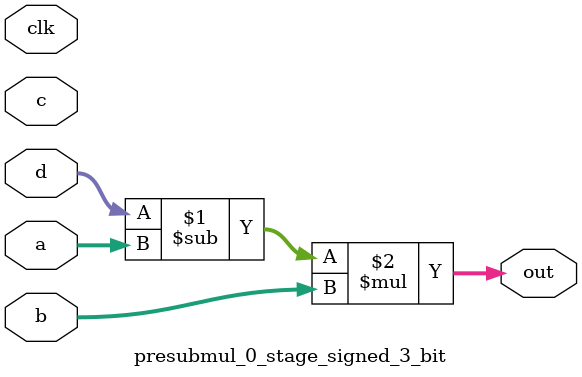
<source format=sv>
(* use_dsp = "yes" *) module presubmul_0_stage_signed_3_bit(
	input signed [2:0] a,
	input signed [2:0] b,
	input signed [2:0] c,
	input signed [2:0] d,
	output [2:0] out,
	input clk);

	assign out = (d - a) * b;
endmodule

</source>
